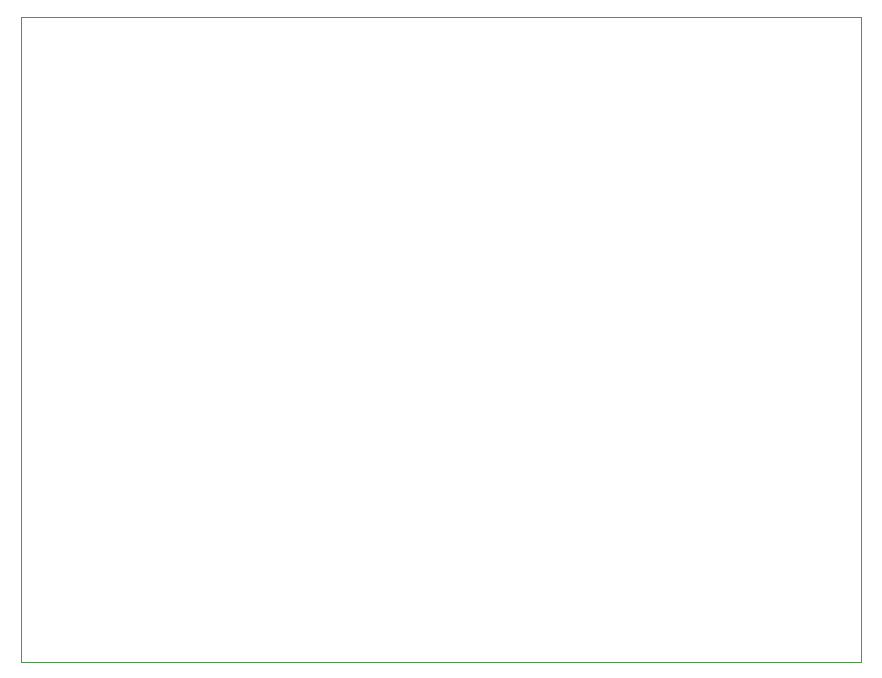
<source format=gm1>
%TF.GenerationSoftware,KiCad,Pcbnew,(5.1.9)-1*%
%TF.CreationDate,2022-05-29T14:43:03-04:00*%
%TF.ProjectId,mouse-jiggler,6d6f7573-652d-46a6-9967-676c65722e6b,rev?*%
%TF.SameCoordinates,Original*%
%TF.FileFunction,Profile,NP*%
%FSLAX46Y46*%
G04 Gerber Fmt 4.6, Leading zero omitted, Abs format (unit mm)*
G04 Created by KiCad (PCBNEW (5.1.9)-1) date 2022-05-29 14:43:03*
%MOMM*%
%LPD*%
G01*
G04 APERTURE LIST*
%TA.AperFunction,Profile*%
%ADD10C,0.050000*%
%TD*%
G04 APERTURE END LIST*
D10*
X111760000Y-125730000D02*
X111760000Y-71120000D01*
X182880000Y-125730000D02*
X111760000Y-125730000D01*
X182880000Y-71120000D02*
X182880000Y-125730000D01*
X111760000Y-71120000D02*
X182880000Y-71120000D01*
M02*

</source>
